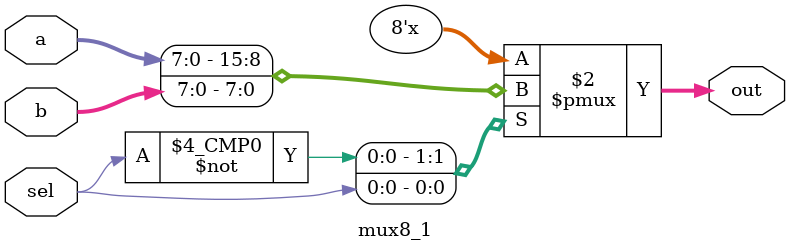
<source format=sv>
`timescale 1ns / 1ps

module mux8_1(
  input [7:0] a,
  input [7:0] b,
  input sel,
  output reg [7:0] out
  
);
  
  always @( sel ) begin
    case ( sel )
      1'd0: out <= a;
      1'd1: out <= b;
    endcase
  end
  
  
endmodule
</source>
